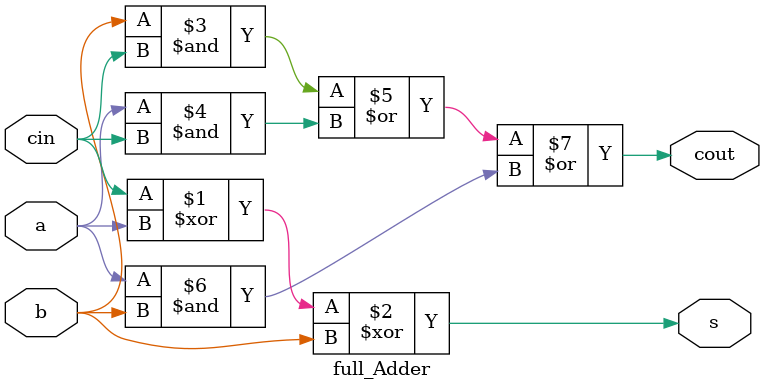
<source format=v>
module full_Adder(a, b, cin, s, cout);
  // 3C7 LabD 2010
  // a and b are the bits to add
  // cin is carry in
  input wire a, b, cin;
  
  // s is the sum of a and b. cout is any carry out bit
  // wires since just using assign here
  output wire s, cout;

  // logic for sum and carry
  assign s = cin ^ a ^ b;
  assign cout = (b & cin) | (a & cin) | (a & b); 
  
endmodule

</source>
